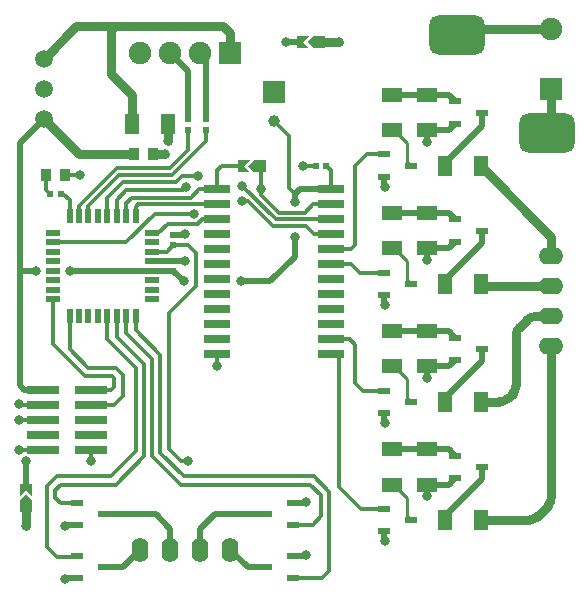
<source format=gbr>
%TF.GenerationSoftware,KiCad,Pcbnew,5.99.0-unknown-5db75805bd~106~ubuntu20.04.1*%
%TF.CreationDate,2021-01-04T23:22:08+00:00*%
%TF.ProjectId,minidriver,6d696e69-6472-4697-9665-722e6b696361,rev?*%
%TF.SameCoordinates,Original*%
%TF.FileFunction,Copper,L1,Top*%
%TF.FilePolarity,Positive*%
%FSLAX46Y46*%
G04 Gerber Fmt 4.6, Leading zero omitted, Abs format (unit mm)*
G04 Created by KiCad (PCBNEW 5.99.0-unknown-5db75805bd~106~ubuntu20.04.1) date 2021-01-04 23:22:08*
%MOMM*%
%LPD*%
G01*
G04 APERTURE LIST*
G04 Aperture macros list*
%AMRoundRect*
0 Rectangle with rounded corners*
0 $1 Rounding radius*
0 $2 $3 $4 $5 $6 $7 $8 $9 X,Y pos of 4 corners*
0 Add a 4 corners polygon primitive as box body*
4,1,4,$2,$3,$4,$5,$6,$7,$8,$9,$2,$3,0*
0 Add four circle primitives for the rounded corners*
1,1,$1+$1,$2,$3,0*
1,1,$1+$1,$4,$5,0*
1,1,$1+$1,$6,$7,0*
1,1,$1+$1,$8,$9,0*
0 Add four rect primitives between the rounded corners*
20,1,$1+$1,$2,$3,$4,$5,0*
20,1,$1+$1,$4,$5,$6,$7,0*
20,1,$1+$1,$6,$7,$8,$9,0*
20,1,$1+$1,$8,$9,$2,$3,0*%
G04 Aperture macros list end*
%TA.AperFunction,SMDPad,CuDef*%
%ADD10R,1.800000X1.150000*%
%TD*%
%TA.AperFunction,SMDPad,CuDef*%
%ADD11R,1.150000X1.800000*%
%TD*%
%TA.AperFunction,ComponentPad*%
%ADD12R,1.900000X1.900000*%
%TD*%
%TA.AperFunction,ComponentPad*%
%ADD13C,1.900000*%
%TD*%
%TA.AperFunction,SMDPad,CuDef*%
%ADD14R,1.000000X0.600000*%
%TD*%
%TA.AperFunction,SMDPad,CuDef*%
%ADD15R,0.620000X0.620000*%
%TD*%
%TA.AperFunction,SMDPad,CuDef*%
%ADD16R,0.950000X1.000000*%
%TD*%
%TA.AperFunction,ComponentPad*%
%ADD17C,1.500000*%
%TD*%
%TA.AperFunction,SMDPad,CuDef*%
%ADD18RoundRect,0.850000X-1.500000X-0.850000X1.500000X-0.850000X1.500000X0.850000X-1.500000X0.850000X0*%
%TD*%
%TA.AperFunction,ComponentPad*%
%ADD19O,2.100000X1.400000*%
%TD*%
%TA.AperFunction,SMDPad,CuDef*%
%ADD20C,1.000000*%
%TD*%
%TA.AperFunction,SMDPad,CuDef*%
%ADD21R,1.200000X0.500000*%
%TD*%
%TA.AperFunction,SMDPad,CuDef*%
%ADD22R,0.500000X1.200000*%
%TD*%
%TA.AperFunction,SMDPad,CuDef*%
%ADD23R,2.790000X0.740000*%
%TD*%
%TA.AperFunction,SMDPad,CuDef*%
%ADD24RoundRect,0.850000X1.500000X0.850000X-1.500000X0.850000X-1.500000X-0.850000X1.500000X-0.850000X0*%
%TD*%
%TA.AperFunction,ComponentPad*%
%ADD25O,1.400000X2.100000*%
%TD*%
%TA.AperFunction,SMDPad,CuDef*%
%ADD26R,2.200000X0.650000*%
%TD*%
%TA.AperFunction,ViaPad*%
%ADD27C,0.800000*%
%TD*%
%TA.AperFunction,Conductor*%
%ADD28C,0.500000*%
%TD*%
%TA.AperFunction,Conductor*%
%ADD29C,0.800000*%
%TD*%
%TA.AperFunction,Conductor*%
%ADD30C,0.300000*%
%TD*%
%TA.AperFunction,Conductor*%
%ADD31C,0.250000*%
%TD*%
G04 APERTURE END LIST*
%TA.AperFunction,SMDPad,CuDef*%
%TO.P,J7,2,2*%
%TO.N,GND*%
G36*
X102000000Y-140450001D02*
G01*
X101999999Y-141450000D01*
X101500000Y-140950000D01*
X101000000Y-141450000D01*
X101000000Y-140450000D01*
X102000000Y-140450001D01*
G37*
%TD.AperFunction*%
%TA.AperFunction,SMDPad,CuDef*%
%TO.P,J7,1,1*%
%TO.N,/HV-*%
G36*
X101500000Y-141350000D02*
G01*
X102000000Y-141850001D01*
X101999999Y-142850000D01*
X101000000Y-142849999D01*
X101000001Y-141850000D01*
X101500000Y-141350000D01*
G37*
%TD.AperFunction*%
%TD*%
%TA.AperFunction,SMDPad,CuDef*%
%TO.P,J3,1,1*%
%TO.N,/~E*%
G36*
X120350000Y-113500000D02*
G01*
X120850001Y-113000000D01*
X121850000Y-113000001D01*
X121849999Y-114000000D01*
X120850000Y-113999999D01*
X120350000Y-113500000D01*
G37*
%TD.AperFunction*%
%TA.AperFunction,SMDPad,CuDef*%
%TO.P,J3,2,2*%
%TO.N,/LE*%
G36*
X119450001Y-113000000D02*
G01*
X120450000Y-113000001D01*
X119950000Y-113500000D01*
X120449999Y-114000000D01*
X119450000Y-114000000D01*
X119450001Y-113000000D01*
G37*
%TD.AperFunction*%
%TD*%
D10*
%TO.P,R10,1*%
%TO.N,Net-(Q8-Pad3)*%
X132500000Y-140500000D03*
%TO.P,R10,2*%
%TO.N,Net-(Q11-Pad1)*%
X132500000Y-137500000D03*
%TD*%
%TO.P,R12,1*%
%TO.N,Net-(Q11-Pad1)*%
X135500000Y-137500000D03*
%TO.P,R12,2*%
%TO.N,/HV+*%
X135500000Y-140500000D03*
%TD*%
D11*
%TO.P,R7,1*%
%TO.N,Net-(Q3-Pad3)*%
X137000000Y-113500000D03*
%TO.P,R7,2*%
%TO.N,/AN1*%
X140000000Y-113500000D03*
%TD*%
D12*
%TO.P,J1,1,1*%
%TO.N,/HV+*%
X146000000Y-107040000D03*
D13*
%TO.P,J1,3,3*%
%TO.N,/HV-*%
X146000000Y-101960000D03*
%TD*%
D14*
%TO.P,Q9,1,B*%
%TO.N,Net-(Q9-Pad1)*%
X137850000Y-118050000D03*
%TO.P,Q9,2,E*%
%TO.N,/HV+*%
X137850000Y-119950000D03*
%TO.P,Q9,3,C*%
%TO.N,Net-(Q9-Pad3)*%
X140150000Y-119000000D03*
%TD*%
D11*
%TO.P,R8,1*%
%TO.N,Net-(Q5-Pad3)*%
X137000000Y-133500000D03*
%TO.P,R8,2*%
%TO.N,/AN3*%
X140000000Y-133500000D03*
%TD*%
D15*
%TO.P,C5,1*%
%TO.N,/nRST*%
X114000000Y-120250000D03*
%TO.P,C5,2*%
%TO.N,GND*%
X114000000Y-119350000D03*
%TD*%
D14*
%TO.P,Q11,1,B*%
%TO.N,Net-(Q11-Pad1)*%
X137850000Y-138050000D03*
%TO.P,Q11,2,E*%
%TO.N,/HV+*%
X137850000Y-139950000D03*
%TO.P,Q11,3,C*%
%TO.N,Net-(Q11-Pad3)*%
X140150000Y-139000000D03*
%TD*%
D10*
%TO.P,R9,1*%
%TO.N,Net-(Q7-Pad3)*%
X132500000Y-120500000D03*
%TO.P,R9,2*%
%TO.N,Net-(Q9-Pad1)*%
X132500000Y-117500000D03*
%TD*%
%TO.P,R11,1*%
%TO.N,Net-(Q9-Pad1)*%
X135500000Y-117500000D03*
%TO.P,R11,2*%
%TO.N,/HV+*%
X135500000Y-120500000D03*
%TD*%
D16*
%TO.P,D1,1*%
%TO.N,GND*%
X104800000Y-114250000D03*
%TO.P,D1,2*%
%TO.N,Net-(D1-Pad2)*%
X103200000Y-114250000D03*
%TD*%
D17*
%TO.P,IC1,1,VIN*%
%TO.N,24v*%
X103000000Y-104460000D03*
%TO.P,IC1,2,GND*%
%TO.N,GND*%
X103000000Y-107000000D03*
%TO.P,IC1,3,VOUT*%
%TO.N,3v3*%
X103000000Y-109540000D03*
%TD*%
D15*
%TO.P,C2,1*%
%TO.N,3v3*%
X114000000Y-122450000D03*
%TO.P,C2,2*%
%TO.N,GND*%
X114000000Y-121550000D03*
%TD*%
D14*
%TO.P,Q4,1,G*%
%TO.N,/GK1*%
X105850000Y-146550000D03*
%TO.P,Q4,2,S*%
%TO.N,/HV-*%
X105850000Y-148450000D03*
%TO.P,Q4,3,D*%
%TO.N,/K1*%
X108150000Y-147500000D03*
%TD*%
D18*
%TO.P,TP2,1,TP*%
%TO.N,/HV-*%
X138000000Y-102400000D03*
%TD*%
D15*
%TO.P,C4,1*%
%TO.N,3v3*%
X126950000Y-113500000D03*
%TO.P,C4,2*%
%TO.N,GND*%
X126050000Y-113500000D03*
%TD*%
D19*
%TO.P,J4,1,1*%
%TO.N,/AN4*%
X146000000Y-128810000D03*
%TO.P,J4,2,2*%
%TO.N,/AN3*%
X146000000Y-126270000D03*
%TO.P,J4,3,3*%
%TO.N,/AN2*%
X146000000Y-123730000D03*
%TO.P,J4,4,4*%
%TO.N,/AN1*%
X146000000Y-121190000D03*
%TD*%
D14*
%TO.P,Q2,1,G*%
%TO.N,/GA3*%
X131850000Y-132550000D03*
%TO.P,Q2,2,S*%
%TO.N,/HV-*%
X131850000Y-134450000D03*
%TO.P,Q2,3,D*%
%TO.N,Net-(Q2-Pad3)*%
X134150000Y-133500000D03*
%TD*%
%TO.P,Q7,1,G*%
%TO.N,/GA2*%
X131850000Y-122550000D03*
%TO.P,Q7,2,S*%
%TO.N,/HV-*%
X131850000Y-124450000D03*
%TO.P,Q7,3,D*%
%TO.N,Net-(Q7-Pad3)*%
X134150000Y-123500000D03*
%TD*%
%TA.AperFunction,SMDPad,CuDef*%
%TO.P,J6,1,1*%
%TO.N,/HV-*%
G36*
X125350000Y-103000000D02*
G01*
X125850001Y-102500000D01*
X126850000Y-102500001D01*
X126849999Y-103500000D01*
X125850000Y-103499999D01*
X125350000Y-103000000D01*
G37*
%TD.AperFunction*%
%TA.AperFunction,SMDPad,CuDef*%
%TO.P,J6,2,2*%
%TO.N,GND*%
G36*
X124450001Y-102500000D02*
G01*
X125450000Y-102500001D01*
X124950000Y-103000000D01*
X125449999Y-103500000D01*
X124450000Y-103500000D01*
X124450001Y-102500000D01*
G37*
%TD.AperFunction*%
%TD*%
D11*
%TO.P,C1,1*%
%TO.N,24v*%
X110500000Y-110000000D03*
%TO.P,C1,2*%
%TO.N,GND*%
X113500000Y-110000000D03*
%TD*%
D14*
%TO.P,Q6,1,G*%
%TO.N,/GK3*%
X124150000Y-143950000D03*
%TO.P,Q6,2,S*%
%TO.N,/HV-*%
X124150000Y-142050000D03*
%TO.P,Q6,3,D*%
%TO.N,/K3*%
X121850000Y-143000000D03*
%TD*%
D20*
%TO.P,TP3,1,TP*%
%TO.N,3v3*%
X122500000Y-109750000D03*
%TD*%
D14*
%TO.P,Q1,1,G*%
%TO.N,/GA1*%
X131850000Y-112550000D03*
%TO.P,Q1,2,S*%
%TO.N,/HV-*%
X131850000Y-114450000D03*
%TO.P,Q1,3,D*%
%TO.N,Net-(Q1-Pad3)*%
X134150000Y-113500000D03*
%TD*%
D21*
%TO.P,IC2,1,PB9*%
%TO.N,no_connect_49*%
X112200000Y-124800000D03*
%TO.P,IC2,2,PC14*%
%TO.N,no_connect_53*%
X112200000Y-124000000D03*
%TO.P,IC2,3,PC15*%
%TO.N,no_connect_61*%
X112200000Y-123200000D03*
%TO.P,IC2,4,VDD/VDDA*%
%TO.N,3v3*%
X112200000Y-122400000D03*
%TO.P,IC2,5,VSS/VSSA*%
%TO.N,GND*%
X112200000Y-121600000D03*
%TO.P,IC2,6,NRST*%
%TO.N,/nRST*%
X112200000Y-120800000D03*
%TO.P,IC2,7,PA0*%
%TO.N,no_connect_62*%
X112200000Y-120000000D03*
%TO.P,IC2,8,PA1*%
%TO.N,/A1*%
X112200000Y-119200000D03*
D22*
%TO.P,IC2,9,PA2*%
%TO.N,/A0*%
X110800000Y-117800000D03*
%TO.P,IC2,10,PA3*%
%TO.N,/LE*%
X110000000Y-117800000D03*
%TO.P,IC2,11,PA4*%
%TO.N,/A2*%
X109200000Y-117800000D03*
%TO.P,IC2,12,PA5*%
%TO.N,/A3*%
X108400000Y-117800000D03*
%TO.P,IC2,13,PA6*%
%TO.N,no_connect_50*%
X107600000Y-117800000D03*
%TO.P,IC2,14,PA7*%
%TO.N,/PSU_~RUN*%
X106800000Y-117800000D03*
%TO.P,IC2,15,PB0*%
%TO.N,/PSU_UART_TX*%
X106000000Y-117800000D03*
%TO.P,IC2,16,PB1*%
%TO.N,/LED*%
X105200000Y-117800000D03*
D21*
%TO.P,IC2,17,PB2*%
%TO.N,no_connect_51*%
X103800000Y-119200000D03*
%TO.P,IC2,18,PA8*%
%TO.N,/~E*%
X103800000Y-120000000D03*
%TO.P,IC2,19,PA9*%
%TO.N,no_connect_52*%
X103800000Y-120800000D03*
%TO.P,IC2,20,PC6*%
%TO.N,no_connect_54*%
X103800000Y-121600000D03*
%TO.P,IC2,21,PA10*%
%TO.N,no_connect_55*%
X103800000Y-122400000D03*
%TO.P,IC2,22,PA9/PA11*%
%TO.N,no_connect_56*%
X103800000Y-123200000D03*
%TO.P,IC2,23,PA10/PA12*%
%TO.N,no_connect_57*%
X103800000Y-124000000D03*
%TO.P,IC2,24,PA13*%
%TO.N,/SWDIO*%
X103800000Y-124800000D03*
D22*
%TO.P,IC2,25,BOOT0/PA14*%
%TO.N,/SWCLK*%
X105200000Y-126200000D03*
%TO.P,IC2,26,PA15*%
%TO.N,no_connect_58*%
X106000000Y-126200000D03*
%TO.P,IC2,27,PB3*%
%TO.N,no_connect_59*%
X106800000Y-126200000D03*
%TO.P,IC2,28,PB4*%
%TO.N,no_connect_60*%
X107600000Y-126200000D03*
%TO.P,IC2,29,PB5*%
%TO.N,/GK1*%
X108400000Y-126200000D03*
%TO.P,IC2,30,PB6*%
%TO.N,/GK2*%
X109200000Y-126200000D03*
%TO.P,IC2,31,PB7*%
%TO.N,/GK3*%
X110000000Y-126200000D03*
%TO.P,IC2,32,PB8*%
%TO.N,/GK4*%
X110800000Y-126200000D03*
%TD*%
D10*
%TO.P,R5,1*%
%TO.N,Net-(Q3-Pad1)*%
X135500000Y-107500000D03*
%TO.P,R5,2*%
%TO.N,/HV+*%
X135500000Y-110500000D03*
%TD*%
D12*
%TO.P,J2,1,1*%
%TO.N,24v*%
X118810000Y-104000000D03*
D13*
%TO.P,J2,2,2*%
%TO.N,Net-(J2-Pad2)*%
X116270000Y-104000000D03*
%TO.P,J2,3,3*%
%TO.N,Net-(J2-Pad3)*%
X113730000Y-104000000D03*
%TO.P,J2,4,4*%
%TO.N,GND*%
X111190000Y-104000000D03*
%TD*%
D10*
%TO.P,R3,1*%
%TO.N,Net-(Q1-Pad3)*%
X132500000Y-110500000D03*
%TO.P,R3,2*%
%TO.N,Net-(Q3-Pad1)*%
X132500000Y-107500000D03*
%TD*%
D15*
%TO.P,R1,1*%
%TO.N,Net-(J2-Pad2)*%
X116750000Y-109550000D03*
%TO.P,R1,2*%
%TO.N,/PSU_~RUN*%
X116750000Y-110450000D03*
%TD*%
D12*
%TO.P,TP4,1,TP*%
%TO.N,GND*%
X122500000Y-107250000D03*
%TD*%
D23*
%TO.P,P1,1,VTref*%
%TO.N,3v3*%
X102965000Y-132460000D03*
%TO.P,P1,2,SWDIO/TMS*%
%TO.N,/SWDIO*%
X107035000Y-132460000D03*
%TO.P,P1,3,GND*%
%TO.N,GND*%
X102965000Y-133730000D03*
%TO.P,P1,4,SWDCLK/TCK*%
%TO.N,/SWCLK*%
X107035000Y-133730000D03*
%TO.P,P1,5,GND*%
%TO.N,GND*%
X102965000Y-135000000D03*
%TO.P,P1,6,SWO/TDO*%
%TO.N,no_connect_76*%
X107035000Y-135000000D03*
%TO.P,P1,7*%
%TO.N,N/C*%
X102965000Y-136270000D03*
%TO.P,P1,8,TDI*%
%TO.N,no_connect_77*%
X107035000Y-136270000D03*
%TO.P,P1,9,GND*%
%TO.N,GND*%
X102965000Y-137540000D03*
%TO.P,P1,10,nRESET*%
%TO.N,/nRST*%
X107035000Y-137540000D03*
%TD*%
D14*
%TO.P,Q3,1,B*%
%TO.N,Net-(Q3-Pad1)*%
X137850000Y-108050000D03*
%TO.P,Q3,2,E*%
%TO.N,/HV+*%
X137850000Y-109950000D03*
%TO.P,Q3,3,C*%
%TO.N,Net-(Q3-Pad3)*%
X140150000Y-109000000D03*
%TD*%
%TO.P,Q12,1,G*%
%TO.N,/GK4*%
X124150000Y-148450000D03*
%TO.P,Q12,2,S*%
%TO.N,/HV-*%
X124150000Y-146550000D03*
%TO.P,Q12,3,D*%
%TO.N,/K4*%
X121850000Y-147500000D03*
%TD*%
D24*
%TO.P,TP1,1,TP*%
%TO.N,/HV+*%
X145600000Y-110700000D03*
%TD*%
D25*
%TO.P,J5,1,1*%
%TO.N,/K1*%
X111190000Y-146000000D03*
%TO.P,J5,2,2*%
%TO.N,/K2*%
X113730000Y-146000000D03*
%TO.P,J5,3,3*%
%TO.N,/K3*%
X116270000Y-146000000D03*
%TO.P,J5,4,4*%
%TO.N,/K4*%
X118810000Y-146000000D03*
%TD*%
D11*
%TO.P,R14,1*%
%TO.N,Net-(Q11-Pad3)*%
X137000000Y-143500000D03*
%TO.P,R14,2*%
%TO.N,/AN4*%
X140000000Y-143500000D03*
%TD*%
D15*
%TO.P,R15,1*%
%TO.N,/LED*%
X104450000Y-115900000D03*
%TO.P,R15,2*%
%TO.N,Net-(D1-Pad2)*%
X103550000Y-115900000D03*
%TD*%
D14*
%TO.P,Q10,1,G*%
%TO.N,/GK2*%
X105850000Y-142050000D03*
%TO.P,Q10,2,S*%
%TO.N,/HV-*%
X105850000Y-143950000D03*
%TO.P,Q10,3,D*%
%TO.N,/K2*%
X108150000Y-143000000D03*
%TD*%
D10*
%TO.P,R6,1*%
%TO.N,Net-(Q5-Pad1)*%
X135500000Y-127500000D03*
%TO.P,R6,2*%
%TO.N,/HV+*%
X135500000Y-130500000D03*
%TD*%
D11*
%TO.P,R13,1*%
%TO.N,Net-(Q9-Pad3)*%
X137000000Y-123500000D03*
%TO.P,R13,2*%
%TO.N,/AN2*%
X140000000Y-123500000D03*
%TD*%
D14*
%TO.P,Q5,1,B*%
%TO.N,Net-(Q5-Pad1)*%
X137850000Y-128050000D03*
%TO.P,Q5,2,E*%
%TO.N,/HV+*%
X137850000Y-129950000D03*
%TO.P,Q5,3,C*%
%TO.N,Net-(Q5-Pad3)*%
X140150000Y-129000000D03*
%TD*%
%TO.P,Q8,1,G*%
%TO.N,/GA4*%
X131850000Y-142550000D03*
%TO.P,Q8,2,S*%
%TO.N,/HV-*%
X131850000Y-144450000D03*
%TO.P,Q8,3,D*%
%TO.N,Net-(Q8-Pad3)*%
X134150000Y-143500000D03*
%TD*%
D26*
%TO.P,IC3,1,LE*%
%TO.N,/LE*%
X117700000Y-115515000D03*
%TO.P,IC3,2,A0*%
%TO.N,/A0*%
X117700000Y-116785000D03*
%TO.P,IC3,3,A1*%
%TO.N,/A1*%
X117700000Y-118055000D03*
%TO.P,IC3,4,Q7*%
%TO.N,no_connect_69*%
X117700000Y-119325000D03*
%TO.P,IC3,5,Q6*%
%TO.N,no_connect_70*%
X117700000Y-120595000D03*
%TO.P,IC3,6,Q5*%
%TO.N,no_connect_71*%
X117700000Y-121865000D03*
%TO.P,IC3,7,Q4*%
%TO.N,no_connect_72*%
X117700000Y-123135000D03*
%TO.P,IC3,8,Q3*%
%TO.N,no_connect_73*%
X117700000Y-124405000D03*
%TO.P,IC3,9,Q1*%
%TO.N,no_connect_74*%
X117700000Y-125675000D03*
%TO.P,IC3,10,Q2*%
%TO.N,no_connect_63*%
X117700000Y-126945000D03*
%TO.P,IC3,11,Q0*%
%TO.N,no_connect_64*%
X117700000Y-128215000D03*
%TO.P,IC3,12,GND*%
%TO.N,GND*%
X117700000Y-129485000D03*
%TO.P,IC3,13,Q13*%
%TO.N,/GA4*%
X127300000Y-129485000D03*
%TO.P,IC3,14,Q12*%
%TO.N,/GA3*%
X127300000Y-128215000D03*
%TO.P,IC3,15,Q15*%
%TO.N,no_connect_65*%
X127300000Y-126945000D03*
%TO.P,IC3,16,Q14*%
%TO.N,no_connect_66*%
X127300000Y-125675000D03*
%TO.P,IC3,17,Q9*%
%TO.N,no_connect_67*%
X127300000Y-124405000D03*
%TO.P,IC3,18,Q8*%
%TO.N,no_connect_68*%
X127300000Y-123135000D03*
%TO.P,IC3,19,Q11*%
%TO.N,/GA2*%
X127300000Y-121865000D03*
%TO.P,IC3,20,Q10*%
%TO.N,/GA1*%
X127300000Y-120595000D03*
%TO.P,IC3,21,A2*%
%TO.N,/A2*%
X127300000Y-119325000D03*
%TO.P,IC3,22,A3*%
%TO.N,/A3*%
X127300000Y-118055000D03*
%TO.P,IC3,23,~E*%
%TO.N,/~E*%
X127300000Y-116785000D03*
%TO.P,IC3,24,VCC*%
%TO.N,3v3*%
X127300000Y-115515000D03*
%TD*%
D16*
%TO.P,C3,1*%
%TO.N,3v3*%
X110700000Y-112500000D03*
%TO.P,C3,2*%
%TO.N,GND*%
X112300000Y-112500000D03*
%TD*%
D10*
%TO.P,R4,1*%
%TO.N,Net-(Q2-Pad3)*%
X132500000Y-130500000D03*
%TO.P,R4,2*%
%TO.N,Net-(Q5-Pad1)*%
X132500000Y-127500000D03*
%TD*%
D15*
%TO.P,R2,1*%
%TO.N,Net-(J2-Pad3)*%
X115250000Y-109550000D03*
%TO.P,R2,2*%
%TO.N,/PSU_UART_TX*%
X115250000Y-110450000D03*
%TD*%
D27*
%TO.N,GND*%
X101500000Y-138500000D03*
%TO.N,/HV-*%
X101500000Y-144000000D03*
%TO.N,GND*%
X113300000Y-112500000D03*
X100900000Y-135000000D03*
X106100000Y-114300000D03*
X100900000Y-133700000D03*
X113500000Y-111400000D03*
X115000000Y-119300000D03*
X123500000Y-103000000D03*
X125000000Y-113500000D03*
X100900000Y-137600000D03*
X117700000Y-130500000D03*
X115000000Y-121600000D03*
%TO.N,3v3*%
X102400000Y-122400000D03*
X124300000Y-119500000D03*
X124300000Y-116600000D03*
X119700000Y-123300000D03*
X114900000Y-123300000D03*
X105200000Y-122400000D03*
%TO.N,/nRST*%
X115250000Y-138500000D03*
X107000000Y-138500000D03*
%TO.N,/~E*%
X115700000Y-117600000D03*
X121400000Y-115500000D03*
%TO.N,/A3*%
X119800000Y-115200000D03*
X116100000Y-114400000D03*
%TO.N,/A2*%
X115100000Y-115300000D03*
X119800000Y-116500000D03*
%TO.N,/HV-*%
X131900000Y-135300000D03*
X104800000Y-144000000D03*
X131900000Y-115300000D03*
X128000000Y-103000000D03*
X131900000Y-145300000D03*
X125200000Y-146500000D03*
X104800000Y-148500000D03*
X125200000Y-142000000D03*
X131900000Y-125300000D03*
%TO.N,/HV+*%
X135500000Y-131500000D03*
X135500000Y-141500000D03*
X135500000Y-111500000D03*
X135500000Y-121500000D03*
%TD*%
D28*
%TO.N,GND*%
X101500000Y-140650000D02*
X101500000Y-138500000D01*
D29*
%TO.N,/HV-*%
X101500000Y-144000000D02*
X101500000Y-142350000D01*
D30*
%TO.N,GND*%
X102905000Y-137600000D02*
X100900000Y-137600000D01*
X114950000Y-119350000D02*
X115000000Y-119300000D01*
X117700000Y-129485000D02*
X117700000Y-130500000D01*
X100930000Y-133730000D02*
X100900000Y-133700000D01*
X102965000Y-135000000D02*
X100900000Y-135000000D01*
D29*
X113500000Y-110000000D02*
X113500000Y-111400000D01*
D28*
X112200000Y-121600000D02*
X113950000Y-121600000D01*
D30*
X104800000Y-114250000D02*
X106050000Y-114250000D01*
X102965000Y-137540000D02*
X102905000Y-137600000D01*
D28*
X124650000Y-103000000D02*
X123500000Y-103000000D01*
D29*
X112300000Y-112500000D02*
X113300000Y-112500000D01*
D30*
X106050000Y-114250000D02*
X106100000Y-114300000D01*
X113950000Y-121600000D02*
X114000000Y-121550000D01*
X102965000Y-133730000D02*
X100930000Y-133730000D01*
X114950000Y-121550000D02*
X115000000Y-121600000D01*
D28*
X114000000Y-121550000D02*
X114950000Y-121550000D01*
X114000000Y-119350000D02*
X114950000Y-119350000D01*
D30*
X126050000Y-113500000D02*
X125000000Y-113500000D01*
D29*
%TO.N,24v*%
X108750000Y-102000000D02*
X109050000Y-101700000D01*
X109050000Y-101700000D02*
X105760000Y-101700000D01*
X118810000Y-102310000D02*
X118200000Y-101700000D01*
X108750000Y-105750000D02*
X108750000Y-102000000D01*
X105760000Y-101700000D02*
X103000000Y-104460000D01*
X118810000Y-104000000D02*
X118810000Y-102310000D01*
X118200000Y-101700000D02*
X109050000Y-101700000D01*
X110500000Y-110000000D02*
X110500000Y-107500000D01*
X110500000Y-107500000D02*
X108750000Y-105750000D01*
D28*
%TO.N,3v3*%
X114000000Y-122450000D02*
X114850000Y-123300000D01*
X122200000Y-123300000D02*
X124300000Y-121200000D01*
X114850000Y-123300000D02*
X114900000Y-123300000D01*
X119700000Y-123300000D02*
X122200000Y-123300000D01*
D30*
X123750000Y-115350000D02*
X124300000Y-115900000D01*
X123750000Y-111000000D02*
X123750000Y-115350000D01*
D28*
X124300000Y-115900000D02*
X124300000Y-116600000D01*
X112200000Y-122400000D02*
X105200000Y-122400000D01*
X102400000Y-122400000D02*
X101100000Y-122400000D01*
X102965000Y-132460000D02*
X101360000Y-132460000D01*
X124300000Y-121200000D02*
X124300000Y-119500000D01*
D30*
X122500000Y-109750000D02*
X123750000Y-111000000D01*
X113950000Y-122400000D02*
X114000000Y-122450000D01*
X127300000Y-113850000D02*
X127300000Y-115515000D01*
D28*
X124685000Y-115515000D02*
X124300000Y-115900000D01*
X101000000Y-122300000D02*
X101000000Y-111540000D01*
X101000000Y-111540000D02*
X103000000Y-109540000D01*
D30*
X101100000Y-122400000D02*
X101000000Y-122300000D01*
D28*
X127300000Y-115515000D02*
X124685000Y-115515000D01*
D29*
X105960000Y-112500000D02*
X103000000Y-109540000D01*
D30*
X126950000Y-113500000D02*
X127300000Y-113850000D01*
D29*
X110700000Y-112500000D02*
X105960000Y-112500000D01*
D28*
X101000000Y-132100000D02*
X101000000Y-122300000D01*
X101360000Y-132460000D02*
X101000000Y-132100000D01*
X112200000Y-122400000D02*
X113950000Y-122400000D01*
D30*
%TO.N,/nRST*%
X113600000Y-137500000D02*
X113600000Y-126000000D01*
X115900000Y-123700000D02*
X115900000Y-120900000D01*
X115900000Y-120900000D02*
X115250000Y-120250000D01*
X113450000Y-120800000D02*
X114000000Y-120250000D01*
X107035000Y-137540000D02*
X107035000Y-138465000D01*
X113600000Y-126000000D02*
X115900000Y-123700000D01*
X115250000Y-138500000D02*
X114600000Y-138500000D01*
X107035000Y-138465000D02*
X107000000Y-138500000D01*
X115250000Y-120250000D02*
X114000000Y-120250000D01*
X114600000Y-138500000D02*
X113600000Y-137500000D01*
X112200000Y-120800000D02*
X113450000Y-120800000D01*
%TO.N,/SWCLK*%
X105200000Y-129000000D02*
X106800000Y-130600000D01*
X109100000Y-130600000D02*
X109700000Y-131200000D01*
X109700000Y-131200000D02*
X109700000Y-133000000D01*
X109700000Y-133000000D02*
X108970000Y-133730000D01*
X106800000Y-130600000D02*
X109100000Y-130600000D01*
X108970000Y-133730000D02*
X107035000Y-133730000D01*
X105200000Y-126200000D02*
X105200000Y-129000000D01*
%TO.N,/SWDIO*%
X109000000Y-131500000D02*
X108800000Y-131300000D01*
X109000000Y-132200000D02*
X109000000Y-131500000D01*
X108740000Y-132460000D02*
X109000000Y-132200000D01*
X106500000Y-131300000D02*
X103800000Y-128600000D01*
X103800000Y-128600000D02*
X103800000Y-124800000D01*
X107035000Y-132460000D02*
X108740000Y-132460000D01*
X108800000Y-131300000D02*
X106500000Y-131300000D01*
%TO.N,/PSU_~RUN*%
X109400000Y-114300000D02*
X113900000Y-114300000D01*
X113900000Y-114300000D02*
X116750000Y-111450000D01*
X106800000Y-116900000D02*
X109400000Y-114300000D01*
X106800000Y-117800000D02*
X106800000Y-116900000D01*
X116750000Y-111450000D02*
X116750000Y-110450000D01*
%TO.N,/PSU_UART_TX*%
X113700000Y-113700000D02*
X115250000Y-112150000D01*
X115250000Y-112150000D02*
X115250000Y-110450000D01*
X106000000Y-116900000D02*
X109200000Y-113700000D01*
X109200000Y-113700000D02*
X113700000Y-113700000D01*
X106000000Y-117800000D02*
X106000000Y-116900000D01*
%TO.N,/LE*%
X117700000Y-113900000D02*
X117700000Y-115515000D01*
X118100000Y-113500000D02*
X117700000Y-113900000D01*
X115500000Y-116200000D02*
X116185000Y-115515000D01*
X110500000Y-116200000D02*
X115500000Y-116200000D01*
X110000000Y-117800000D02*
X110000000Y-116700000D01*
X110000000Y-116700000D02*
X110500000Y-116200000D01*
X119650000Y-113500000D02*
X118100000Y-113500000D01*
X116185000Y-115515000D02*
X117700000Y-115515000D01*
%TO.N,/~E*%
X125815000Y-116785000D02*
X127300000Y-116785000D01*
X112400000Y-117600000D02*
X110000000Y-120000000D01*
X115700000Y-117600000D02*
X112400000Y-117600000D01*
X125100000Y-117500000D02*
X125815000Y-116785000D01*
X110000000Y-120000000D02*
X103800000Y-120000000D01*
X121350000Y-113500000D02*
X121400000Y-113550000D01*
X121400000Y-116000000D02*
X122900000Y-117500000D01*
X122900000Y-117500000D02*
X125100000Y-117500000D01*
X121400000Y-113550000D02*
X121400000Y-115500000D01*
X121400000Y-115500000D02*
X121400000Y-116000000D01*
%TO.N,Net-(D1-Pad2)*%
X103200000Y-114250000D02*
X103200000Y-115550000D01*
X103200000Y-115550000D02*
X103550000Y-115900000D01*
%TO.N,/LED*%
X104650000Y-115900000D02*
X104450000Y-115900000D01*
X105200000Y-117800000D02*
X105200000Y-116450000D01*
X105200000Y-116450000D02*
X104650000Y-115900000D01*
%TO.N,/A3*%
X109700000Y-114900000D02*
X114200000Y-114900000D01*
X127300000Y-118055000D02*
X122655000Y-118055000D01*
X108400000Y-116200000D02*
X109700000Y-114900000D01*
X108400000Y-117800000D02*
X108400000Y-116200000D01*
X114200000Y-114900000D02*
X114700000Y-114400000D01*
X122655000Y-118055000D02*
X119800000Y-115200000D01*
X114700000Y-114400000D02*
X116100000Y-114400000D01*
%TO.N,/A2*%
X109200000Y-116400000D02*
X110000000Y-115600000D01*
X114800000Y-115600000D02*
X115100000Y-115300000D01*
X110000000Y-115600000D02*
X114800000Y-115600000D01*
X125200000Y-118600000D02*
X125925000Y-119325000D01*
X120300000Y-116500000D02*
X122400000Y-118600000D01*
X119800000Y-116500000D02*
X120300000Y-116500000D01*
X122400000Y-118600000D02*
X125200000Y-118600000D01*
X109200000Y-117800000D02*
X109200000Y-116400000D01*
X125925000Y-119325000D02*
X127300000Y-119325000D01*
%TO.N,/A1*%
X112200000Y-119200000D02*
X112700000Y-119200000D01*
X112700000Y-119200000D02*
X113500000Y-118400000D01*
X113500000Y-118400000D02*
X116100000Y-118400000D01*
X116100000Y-118400000D02*
X116445000Y-118055000D01*
X116445000Y-118055000D02*
X117700000Y-118055000D01*
%TO.N,/A0*%
X117700000Y-116785000D02*
X111015000Y-116785000D01*
X111015000Y-116785000D02*
X110800000Y-117000000D01*
X110800000Y-117000000D02*
X110800000Y-117800000D01*
%TO.N,/GK4*%
X114900000Y-139800000D02*
X125900000Y-139800000D01*
X127200000Y-147800000D02*
X126550000Y-148450000D01*
X110800000Y-127400000D02*
X112900000Y-129500000D01*
X126550000Y-148450000D02*
X124150000Y-148450000D01*
X110800000Y-126200000D02*
X110800000Y-127400000D01*
X112900000Y-129500000D02*
X112900000Y-137800000D01*
X112900000Y-137800000D02*
X114900000Y-139800000D01*
X125900000Y-139800000D02*
X127200000Y-141100000D01*
X127200000Y-141100000D02*
X127200000Y-147800000D01*
%TO.N,/GK3*%
X124200000Y-143900000D02*
X124150000Y-143950000D01*
X114600000Y-140500000D02*
X125600000Y-140500000D01*
X110000000Y-127700000D02*
X112200000Y-129900000D01*
X112200000Y-129900000D02*
X112200000Y-138100000D01*
X125800000Y-143900000D02*
X124200000Y-143900000D01*
X126500000Y-143200000D02*
X125800000Y-143900000D01*
X126500000Y-141400000D02*
X126500000Y-143200000D01*
X125600000Y-140500000D02*
X126500000Y-141400000D01*
X110000000Y-126200000D02*
X110000000Y-127700000D01*
X112200000Y-138100000D02*
X114600000Y-140500000D01*
%TO.N,/GK2*%
X109200000Y-126200000D02*
X109200000Y-128000000D01*
X109200000Y-128000000D02*
X111500000Y-130300000D01*
X104000000Y-141600000D02*
X104450000Y-142050000D01*
X104450000Y-142050000D02*
X105850000Y-142050000D01*
X104500000Y-140500000D02*
X104000000Y-141000000D01*
X111500000Y-138100000D02*
X109100000Y-140500000D01*
X109100000Y-140500000D02*
X104500000Y-140500000D01*
X104000000Y-141000000D02*
X104000000Y-141600000D01*
X111500000Y-130300000D02*
X111500000Y-138100000D01*
%TO.N,/GK1*%
X108400000Y-128200000D02*
X110800000Y-130600000D01*
X110800000Y-130600000D02*
X110800000Y-137700000D01*
X103300000Y-140600000D02*
X103300000Y-145800000D01*
X104100000Y-146600000D02*
X105800000Y-146600000D01*
X103300000Y-145800000D02*
X104100000Y-146600000D01*
X104100000Y-139800000D02*
X103300000Y-140600000D01*
X108700000Y-139800000D02*
X104100000Y-139800000D01*
X105800000Y-146600000D02*
X105850000Y-146550000D01*
X108400000Y-126200000D02*
X108400000Y-128200000D01*
X110800000Y-137700000D02*
X108700000Y-139800000D01*
%TO.N,/GA1*%
X129400000Y-113500000D02*
X130400000Y-112500000D01*
X127300000Y-120595000D02*
X129005000Y-120595000D01*
X129005000Y-120595000D02*
X129400000Y-120200000D01*
X131800000Y-112500000D02*
X131850000Y-112550000D01*
X129400000Y-120200000D02*
X129400000Y-113500000D01*
X130400000Y-112500000D02*
X131800000Y-112500000D01*
%TO.N,/GA3*%
X129400000Y-128700000D02*
X129400000Y-131900000D01*
X128915000Y-128215000D02*
X129400000Y-128700000D01*
X130050000Y-132550000D02*
X131850000Y-132550000D01*
X129400000Y-131900000D02*
X130050000Y-132550000D01*
X127300000Y-128215000D02*
X128915000Y-128215000D01*
%TO.N,/GA2*%
X131800000Y-122600000D02*
X131850000Y-122550000D01*
X129065000Y-121865000D02*
X129800000Y-122600000D01*
X127300000Y-121865000D02*
X129065000Y-121865000D01*
X129800000Y-122600000D02*
X131800000Y-122600000D01*
%TO.N,/GA4*%
X128000000Y-129800000D02*
X127685000Y-129485000D01*
X129850000Y-142550000D02*
X128000000Y-140700000D01*
X127685000Y-129485000D02*
X127300000Y-129485000D01*
X131850000Y-142550000D02*
X129850000Y-142550000D01*
X128000000Y-140700000D02*
X128000000Y-129800000D01*
D28*
%TO.N,/HV-*%
X125150000Y-146550000D02*
X125200000Y-146500000D01*
X125150000Y-142050000D02*
X125200000Y-142000000D01*
X105850000Y-148450000D02*
X104850000Y-148450000D01*
X131850000Y-135250000D02*
X131900000Y-135300000D01*
X131850000Y-115250000D02*
X131900000Y-115300000D01*
D29*
X138440000Y-101960000D02*
X146000000Y-101960000D01*
X138000000Y-102400000D02*
X138440000Y-101960000D01*
D28*
X131850000Y-134450000D02*
X131850000Y-135250000D01*
X131850000Y-124450000D02*
X131850000Y-125250000D01*
D29*
X126350000Y-103000000D02*
X128000000Y-103000000D01*
D28*
X131850000Y-144450000D02*
X131850000Y-145250000D01*
X104850000Y-143950000D02*
X104800000Y-144000000D01*
X124150000Y-142050000D02*
X125150000Y-142050000D01*
X131850000Y-114450000D02*
X131850000Y-115250000D01*
X131850000Y-125250000D02*
X131900000Y-125300000D01*
X104850000Y-148450000D02*
X104800000Y-148500000D01*
X131850000Y-145250000D02*
X131900000Y-145300000D01*
X124150000Y-146550000D02*
X125150000Y-146550000D01*
X105850000Y-143950000D02*
X104850000Y-143950000D01*
%TO.N,/HV+*%
X135500000Y-130500000D02*
X135500000Y-131500000D01*
X137300000Y-110500000D02*
X137850000Y-109950000D01*
X135500000Y-140500000D02*
X135500000Y-141500000D01*
X137300000Y-140500000D02*
X137850000Y-139950000D01*
X135500000Y-130500000D02*
X137300000Y-130500000D01*
X135500000Y-110500000D02*
X137300000Y-110500000D01*
X135500000Y-110500000D02*
X135500000Y-111500000D01*
X135500000Y-120500000D02*
X137300000Y-120500000D01*
X135500000Y-120500000D02*
X135500000Y-121500000D01*
X135500000Y-140500000D02*
X137300000Y-140500000D01*
D29*
X146000000Y-110300000D02*
X145600000Y-110700000D01*
D28*
X137300000Y-130500000D02*
X137850000Y-129950000D01*
D29*
X146000000Y-107040000D02*
X146000000Y-110300000D01*
D28*
X137300000Y-120500000D02*
X137850000Y-119950000D01*
%TO.N,Net-(J2-Pad3)*%
X115250000Y-105520000D02*
X113730000Y-104000000D01*
X115250000Y-109550000D02*
X115250000Y-105520000D01*
%TO.N,Net-(J2-Pad2)*%
X116750000Y-104480000D02*
X116270000Y-104000000D01*
X116750000Y-109550000D02*
X116750000Y-104480000D01*
D29*
%TO.N,/AN4*%
X145707107Y-142292893D02*
X144792893Y-143207107D01*
X146000000Y-128810000D02*
X146000000Y-141585786D01*
X144085786Y-143500000D02*
X140000000Y-143500000D01*
X145707107Y-142292893D02*
G75*
G03*
X146000000Y-141585786I-707106J707106D01*
G01*
X144085786Y-143499999D02*
G75*
G03*
X144792892Y-143207106I3J999993D01*
G01*
%TO.N,/AN3*%
X143000000Y-132085786D02*
X143000000Y-127914214D01*
X140000000Y-133500000D02*
X141585786Y-133500000D01*
X144644214Y-126270000D02*
X146000000Y-126270000D01*
X143292893Y-127207107D02*
X143937107Y-126562893D01*
X142292893Y-133207107D02*
X142707107Y-132792893D01*
X142707107Y-132792893D02*
G75*
G03*
X143000000Y-132085786I-707106J707106D01*
G01*
X141585786Y-133499999D02*
G75*
G03*
X142292892Y-133207106I3J999993D01*
G01*
X143000001Y-127914214D02*
G75*
G02*
X143292894Y-127207108I999993J3D01*
G01*
X144644214Y-126270001D02*
G75*
G03*
X143937108Y-126562894I-3J-999993D01*
G01*
%TO.N,/AN2*%
X146000000Y-123730000D02*
X140230000Y-123730000D01*
X140230000Y-123730000D02*
X140000000Y-123500000D01*
%TO.N,/AN1*%
X146000000Y-119500000D02*
X146000000Y-121190000D01*
X140000000Y-113500000D02*
X146000000Y-119500000D01*
D28*
%TO.N,/K4*%
X120310000Y-147500000D02*
X118810000Y-146000000D01*
X121850000Y-147500000D02*
X120310000Y-147500000D01*
%TO.N,/K3*%
X116270000Y-144230000D02*
X116270000Y-146000000D01*
X121850000Y-143000000D02*
X117500000Y-143000000D01*
X117500000Y-143000000D02*
X116270000Y-144230000D01*
%TO.N,/K2*%
X108150000Y-143000000D02*
X112500000Y-143000000D01*
X113730000Y-144230000D02*
X113730000Y-146000000D01*
X112500000Y-143000000D02*
X113730000Y-144230000D01*
%TO.N,/K1*%
X108150000Y-147500000D02*
X109690000Y-147500000D01*
X109690000Y-147500000D02*
X111190000Y-146000000D01*
D31*
%TO.N,Net-(Q1-Pad3)*%
X132500000Y-110500000D02*
X132700000Y-110500000D01*
X132700000Y-110500000D02*
X133800000Y-111600000D01*
X133800000Y-111600000D02*
X133800000Y-113150000D01*
X133800000Y-113150000D02*
X134150000Y-113500000D01*
%TO.N,Net-(Q2-Pad3)*%
X132700000Y-130500000D02*
X133800000Y-131600000D01*
X133800000Y-131600000D02*
X133800000Y-133150000D01*
X133800000Y-133150000D02*
X134150000Y-133500000D01*
X132500000Y-130500000D02*
X132700000Y-130500000D01*
D28*
%TO.N,Net-(Q3-Pad3)*%
X137000000Y-113300000D02*
X140150000Y-110150000D01*
X140150000Y-110150000D02*
X140150000Y-109000000D01*
X137000000Y-113500000D02*
X137000000Y-113300000D01*
%TO.N,Net-(Q3-Pad1)*%
X135500000Y-107500000D02*
X137300000Y-107500000D01*
X132500000Y-107500000D02*
X135500000Y-107500000D01*
X137300000Y-107500000D02*
X137850000Y-108050000D01*
%TO.N,Net-(Q5-Pad3)*%
X137000000Y-133200000D02*
X140150000Y-130050000D01*
X140150000Y-130050000D02*
X140150000Y-129000000D01*
X137000000Y-133500000D02*
X137000000Y-133200000D01*
%TO.N,Net-(Q5-Pad1)*%
X137300000Y-127500000D02*
X137850000Y-128050000D01*
X132500000Y-127500000D02*
X135500000Y-127500000D01*
X135500000Y-127500000D02*
X137300000Y-127500000D01*
D31*
%TO.N,Net-(Q7-Pad3)*%
X132700000Y-120500000D02*
X133800000Y-121600000D01*
X133800000Y-123150000D02*
X134150000Y-123500000D01*
X133800000Y-121600000D02*
X133800000Y-123150000D01*
X132500000Y-120500000D02*
X132700000Y-120500000D01*
%TO.N,Net-(Q8-Pad3)*%
X132500000Y-140500000D02*
X132700000Y-140500000D01*
X133800000Y-141600000D02*
X133800000Y-143150000D01*
X133800000Y-143150000D02*
X134150000Y-143500000D01*
X132700000Y-140500000D02*
X133800000Y-141600000D01*
D28*
%TO.N,Net-(Q9-Pad3)*%
X137000000Y-123200000D02*
X140150000Y-120050000D01*
X137000000Y-123500000D02*
X137000000Y-123200000D01*
X140150000Y-120050000D02*
X140150000Y-119000000D01*
%TO.N,Net-(Q9-Pad1)*%
X137300000Y-117500000D02*
X137850000Y-118050000D01*
X132500000Y-117500000D02*
X135500000Y-117500000D01*
X135500000Y-117500000D02*
X137300000Y-117500000D01*
%TO.N,Net-(Q11-Pad3)*%
X140150000Y-140050000D02*
X140150000Y-139000000D01*
X137000000Y-143500000D02*
X137000000Y-143200000D01*
X137000000Y-143200000D02*
X140150000Y-140050000D01*
%TO.N,Net-(Q11-Pad1)*%
X132500000Y-137500000D02*
X135500000Y-137500000D01*
X137300000Y-137500000D02*
X137850000Y-138050000D01*
X135500000Y-137500000D02*
X137300000Y-137500000D01*
%TD*%
M02*

</source>
